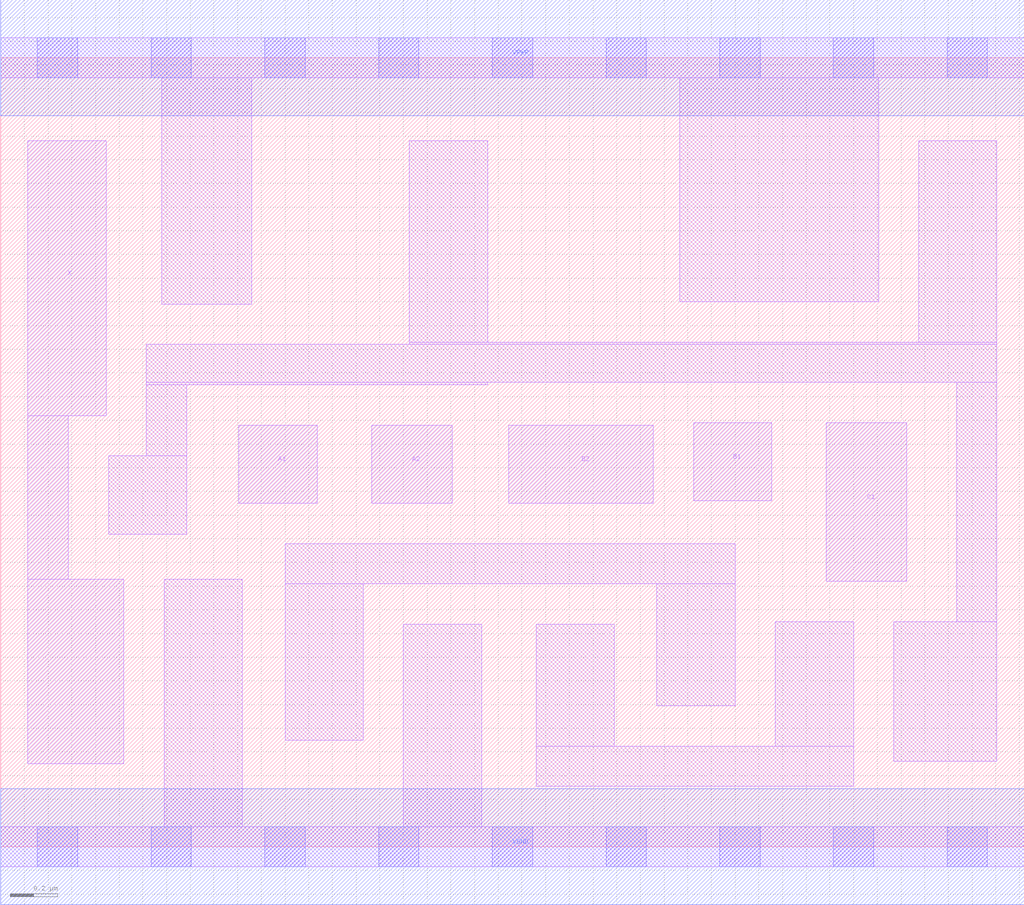
<source format=lef>
# Copyright 2020 The SkyWater PDK Authors
#
# Licensed under the Apache License, Version 2.0 (the "License");
# you may not use this file except in compliance with the License.
# You may obtain a copy of the License at
#
#     https://www.apache.org/licenses/LICENSE-2.0
#
# Unless required by applicable law or agreed to in writing, software
# distributed under the License is distributed on an "AS IS" BASIS,
# WITHOUT WARRANTIES OR CONDITIONS OF ANY KIND, either express or implied.
# See the License for the specific language governing permissions and
# limitations under the License.
#
# SPDX-License-Identifier: Apache-2.0

VERSION 5.5 ;
NAMESCASESENSITIVE ON ;
BUSBITCHARS "[]" ;
DIVIDERCHAR "/" ;
MACRO sky130_fd_sc_ls__o221a_1
  CLASS CORE ;
  SOURCE USER ;
  ORIGIN  0.000000  0.000000 ;
  SIZE  4.320000 BY  3.330000 ;
  SYMMETRY X Y ;
  SITE unit ;
  PIN A1
    ANTENNAGATEAREA  0.246000 ;
    DIRECTION INPUT ;
    USE SIGNAL ;
    PORT
      LAYER li1 ;
        RECT 1.005000 1.450000 1.335000 1.780000 ;
    END
  END A1
  PIN A2
    ANTENNAGATEAREA  0.246000 ;
    DIRECTION INPUT ;
    USE SIGNAL ;
    PORT
      LAYER li1 ;
        RECT 1.565000 1.450000 1.905000 1.780000 ;
    END
  END A2
  PIN B1
    ANTENNAGATEAREA  0.246000 ;
    DIRECTION INPUT ;
    USE SIGNAL ;
    PORT
      LAYER li1 ;
        RECT 2.925000 1.460000 3.255000 1.790000 ;
    END
  END B1
  PIN B2
    ANTENNAGATEAREA  0.246000 ;
    DIRECTION INPUT ;
    USE SIGNAL ;
    PORT
      LAYER li1 ;
        RECT 2.145000 1.450000 2.755000 1.780000 ;
    END
  END B2
  PIN C1
    ANTENNAGATEAREA  0.246000 ;
    DIRECTION INPUT ;
    USE SIGNAL ;
    PORT
      LAYER li1 ;
        RECT 3.485000 1.120000 3.825000 1.790000 ;
    END
  END C1
  PIN X
    ANTENNADIFFAREA  0.541300 ;
    DIRECTION OUTPUT ;
    USE SIGNAL ;
    PORT
      LAYER li1 ;
        RECT 0.115000 0.350000 0.520000 1.130000 ;
        RECT 0.115000 1.130000 0.285000 1.820000 ;
        RECT 0.115000 1.820000 0.445000 2.980000 ;
    END
  END X
  PIN VGND
    DIRECTION INOUT ;
    SHAPE ABUTMENT ;
    USE GROUND ;
    PORT
      LAYER met1 ;
        RECT 0.000000 -0.245000 4.320000 0.245000 ;
    END
  END VGND
  PIN VPWR
    DIRECTION INOUT ;
    SHAPE ABUTMENT ;
    USE POWER ;
    PORT
      LAYER met1 ;
        RECT 0.000000 3.085000 4.320000 3.575000 ;
    END
  END VPWR
  OBS
    LAYER li1 ;
      RECT 0.000000 -0.085000 4.320000 0.085000 ;
      RECT 0.000000  3.245000 4.320000 3.415000 ;
      RECT 0.455000  1.320000 0.785000 1.650000 ;
      RECT 0.615000  1.650000 0.785000 1.950000 ;
      RECT 0.615000  1.950000 2.055000 1.960000 ;
      RECT 0.615000  1.960000 4.205000 2.120000 ;
      RECT 0.680000  2.290000 1.060000 3.245000 ;
      RECT 0.690000  0.085000 1.020000 1.130000 ;
      RECT 1.200000  0.450000 1.530000 1.110000 ;
      RECT 1.200000  1.110000 3.100000 1.280000 ;
      RECT 1.700000  0.085000 2.030000 0.940000 ;
      RECT 1.725000  2.120000 4.205000 2.130000 ;
      RECT 1.725000  2.130000 2.055000 2.980000 ;
      RECT 2.260000  0.255000 3.600000 0.425000 ;
      RECT 2.260000  0.425000 2.590000 0.940000 ;
      RECT 2.770000  0.595000 3.100000 1.110000 ;
      RECT 2.865000  2.300000 3.705000 3.245000 ;
      RECT 3.270000  0.425000 3.600000 0.950000 ;
      RECT 3.770000  0.360000 4.205000 0.950000 ;
      RECT 3.875000  2.130000 4.205000 2.980000 ;
      RECT 4.035000  0.950000 4.205000 1.960000 ;
    LAYER mcon ;
      RECT 0.155000 -0.085000 0.325000 0.085000 ;
      RECT 0.155000  3.245000 0.325000 3.415000 ;
      RECT 0.635000 -0.085000 0.805000 0.085000 ;
      RECT 0.635000  3.245000 0.805000 3.415000 ;
      RECT 1.115000 -0.085000 1.285000 0.085000 ;
      RECT 1.115000  3.245000 1.285000 3.415000 ;
      RECT 1.595000 -0.085000 1.765000 0.085000 ;
      RECT 1.595000  3.245000 1.765000 3.415000 ;
      RECT 2.075000 -0.085000 2.245000 0.085000 ;
      RECT 2.075000  3.245000 2.245000 3.415000 ;
      RECT 2.555000 -0.085000 2.725000 0.085000 ;
      RECT 2.555000  3.245000 2.725000 3.415000 ;
      RECT 3.035000 -0.085000 3.205000 0.085000 ;
      RECT 3.035000  3.245000 3.205000 3.415000 ;
      RECT 3.515000 -0.085000 3.685000 0.085000 ;
      RECT 3.515000  3.245000 3.685000 3.415000 ;
      RECT 3.995000 -0.085000 4.165000 0.085000 ;
      RECT 3.995000  3.245000 4.165000 3.415000 ;
  END
END sky130_fd_sc_ls__o221a_1

</source>
